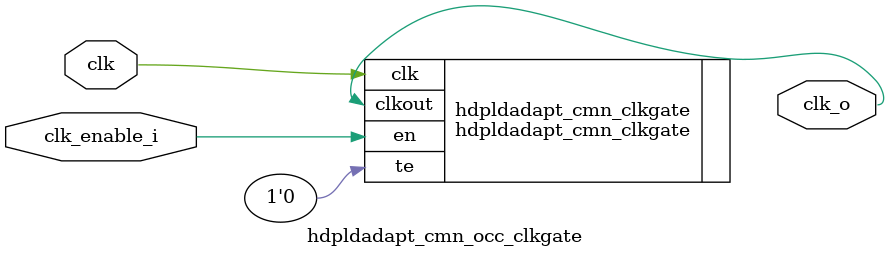
<source format=v>

module hdpldadapt_cmn_occ_clkgate
(
	input	wire		clk,
	input	wire		clk_enable_i,
	output	wire		clk_o
);

hdpldadapt_cmn_clkgate hdpldadapt_cmn_clkgate
    (
        .clk(clk),
        .en(clk_enable_i),
        .te(1'b0),
        .clkout(clk_o)
    );

endmodule // hdpldadapt_cmn_occ_clkgate

</source>
